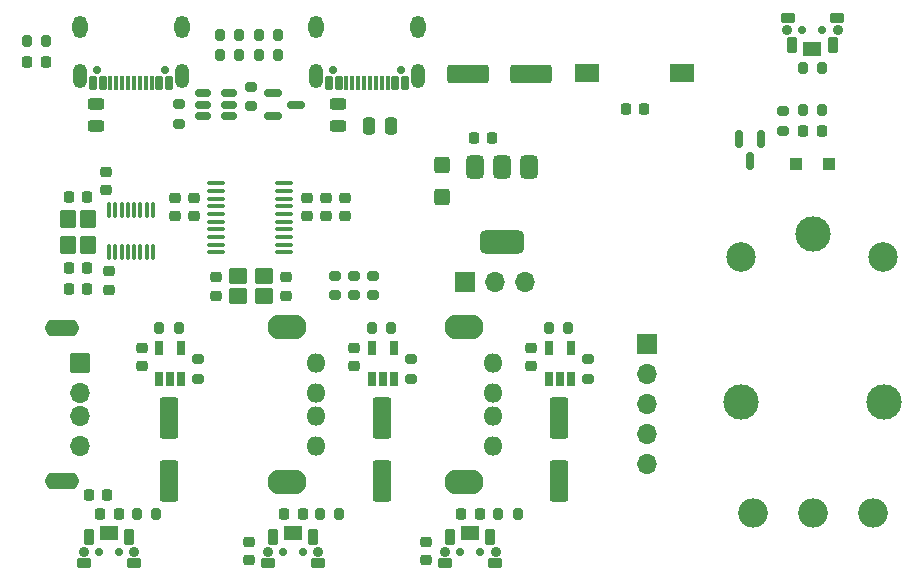
<source format=gts>
G04 #@! TF.GenerationSoftware,KiCad,Pcbnew,8.0.2*
G04 #@! TF.CreationDate,2024-05-30T21:41:25+08:00*
G04 #@! TF.ProjectId,pppc_usb_hub,70707063-5f75-4736-925f-6875622e6b69,rev?*
G04 #@! TF.SameCoordinates,Original*
G04 #@! TF.FileFunction,Soldermask,Top*
G04 #@! TF.FilePolarity,Negative*
%FSLAX46Y46*%
G04 Gerber Fmt 4.6, Leading zero omitted, Abs format (unit mm)*
G04 Created by KiCad (PCBNEW 8.0.2) date 2024-05-30 21:41:25*
%MOMM*%
%LPD*%
G01*
G04 APERTURE LIST*
G04 Aperture macros list*
%AMRoundRect*
0 Rectangle with rounded corners*
0 $1 Rounding radius*
0 $2 $3 $4 $5 $6 $7 $8 $9 X,Y pos of 4 corners*
0 Add a 4 corners polygon primitive as box body*
4,1,4,$2,$3,$4,$5,$6,$7,$8,$9,$2,$3,0*
0 Add four circle primitives for the rounded corners*
1,1,$1+$1,$2,$3*
1,1,$1+$1,$4,$5*
1,1,$1+$1,$6,$7*
1,1,$1+$1,$8,$9*
0 Add four rect primitives between the rounded corners*
20,1,$1+$1,$2,$3,$4,$5,0*
20,1,$1+$1,$4,$5,$6,$7,0*
20,1,$1+$1,$6,$7,$8,$9,0*
20,1,$1+$1,$8,$9,$2,$3,0*%
G04 Aperture macros list end*
%ADD10RoundRect,0.050800X0.550000X0.350000X-0.550000X0.350000X-0.550000X-0.350000X0.550000X-0.350000X0*%
%ADD11RoundRect,0.050800X0.750000X0.500000X-0.750000X0.500000X-0.750000X-0.500000X0.750000X-0.500000X0*%
%ADD12RoundRect,0.050800X0.350000X0.600000X-0.350000X0.600000X-0.350000X-0.600000X0.350000X-0.600000X0*%
%ADD13C,0.900000*%
%ADD14C,0.700000*%
%ADD15RoundRect,0.200000X0.200000X0.275000X-0.200000X0.275000X-0.200000X-0.275000X0.200000X-0.275000X0*%
%ADD16RoundRect,0.050000X-0.125000X0.600000X-0.125000X-0.600000X0.125000X-0.600000X0.125000X0.600000X0*%
%ADD17RoundRect,0.225000X0.250000X-0.225000X0.250000X0.225000X-0.250000X0.225000X-0.250000X-0.225000X0*%
%ADD18RoundRect,0.050800X-0.300000X0.550000X-0.300000X-0.550000X0.300000X-0.550000X0.300000X0.550000X0*%
%ADD19RoundRect,0.250000X0.300000X0.300000X-0.300000X0.300000X-0.300000X-0.300000X0.300000X-0.300000X0*%
%ADD20RoundRect,0.225000X0.225000X0.250000X-0.225000X0.250000X-0.225000X-0.250000X0.225000X-0.250000X0*%
%ADD21RoundRect,0.200000X0.275000X-0.200000X0.275000X0.200000X-0.275000X0.200000X-0.275000X-0.200000X0*%
%ADD22RoundRect,0.200000X-0.275000X0.200000X-0.275000X-0.200000X0.275000X-0.200000X0.275000X0.200000X0*%
%ADD23RoundRect,0.050000X0.275000X0.550000X-0.275000X0.550000X-0.275000X-0.550000X0.275000X-0.550000X0*%
%ADD24RoundRect,0.050000X0.150000X0.550000X-0.150000X0.550000X-0.150000X-0.550000X0.150000X-0.550000X0*%
%ADD25O,1.200000X2.100000*%
%ADD26O,1.300000X1.900000*%
%ADD27RoundRect,0.050800X-0.350000X-0.600000X0.350000X-0.600000X0.350000X0.600000X-0.350000X0.600000X0*%
%ADD28RoundRect,0.050800X-0.750000X-0.500000X0.750000X-0.500000X0.750000X0.500000X-0.750000X0.500000X0*%
%ADD29RoundRect,0.050800X-0.550000X-0.350000X0.550000X-0.350000X0.550000X0.350000X-0.550000X0.350000X0*%
%ADD30RoundRect,0.218750X-0.218750X-0.256250X0.218750X-0.256250X0.218750X0.256250X-0.218750X0.256250X0*%
%ADD31RoundRect,0.225000X-0.250000X0.225000X-0.250000X-0.225000X0.250000X-0.225000X0.250000X0.225000X0*%
%ADD32RoundRect,0.050000X0.800000X-0.800000X0.800000X0.800000X-0.800000X0.800000X-0.800000X-0.800000X0*%
%ADD33O,1.700000X1.700000*%
%ADD34O,2.900000X1.400000*%
%ADD35RoundRect,0.200000X-0.200000X-0.275000X0.200000X-0.275000X0.200000X0.275000X-0.200000X0.275000X0*%
%ADD36RoundRect,0.050800X-0.600000X0.700000X-0.600000X-0.700000X0.600000X-0.700000X0.600000X0.700000X0*%
%ADD37RoundRect,0.150000X-0.150000X0.587500X-0.150000X-0.587500X0.150000X-0.587500X0.150000X0.587500X0*%
%ADD38RoundRect,0.225000X-0.225000X-0.250000X0.225000X-0.250000X0.225000X0.250000X-0.225000X0.250000X0*%
%ADD39RoundRect,0.150000X-0.512500X-0.150000X0.512500X-0.150000X0.512500X0.150000X-0.512500X0.150000X0*%
%ADD40R,1.700000X1.700000*%
%ADD41RoundRect,0.375000X-0.375000X0.625000X-0.375000X-0.625000X0.375000X-0.625000X0.375000X0.625000X0*%
%ADD42RoundRect,0.500000X-1.400000X0.500000X-1.400000X-0.500000X1.400000X-0.500000X1.400000X0.500000X0*%
%ADD43RoundRect,0.050800X0.950000X0.750000X-0.950000X0.750000X-0.950000X-0.750000X0.950000X-0.750000X0*%
%ADD44C,2.500000*%
%ADD45C,3.000000*%
%ADD46O,1.625600X1.625600*%
%ADD47O,3.301600X2.101600*%
%ADD48RoundRect,0.250000X-1.500000X-0.550000X1.500000X-0.550000X1.500000X0.550000X-1.500000X0.550000X0*%
%ADD49RoundRect,0.150000X-0.587500X-0.150000X0.587500X-0.150000X0.587500X0.150000X-0.587500X0.150000X0*%
%ADD50RoundRect,0.100000X0.637500X0.100000X-0.637500X0.100000X-0.637500X-0.100000X0.637500X-0.100000X0*%
%ADD51RoundRect,0.250000X-0.550000X1.500000X-0.550000X-1.500000X0.550000X-1.500000X0.550000X1.500000X0*%
%ADD52O,2.501600X2.501600*%
%ADD53RoundRect,0.218750X0.218750X0.256250X-0.218750X0.256250X-0.218750X-0.256250X0.218750X-0.256250X0*%
%ADD54RoundRect,0.050800X0.700000X0.600000X-0.700000X0.600000X-0.700000X-0.600000X0.700000X-0.600000X0*%
%ADD55RoundRect,0.250000X0.425000X-0.450000X0.425000X0.450000X-0.425000X0.450000X-0.425000X-0.450000X0*%
%ADD56RoundRect,0.243750X-0.456250X0.243750X-0.456250X-0.243750X0.456250X-0.243750X0.456250X0.243750X0*%
%ADD57RoundRect,0.250000X-0.250000X-0.475000X0.250000X-0.475000X0.250000X0.475000X-0.250000X0.475000X0*%
G04 APERTURE END LIST*
D10*
X175699900Y-81913500D03*
X179900100Y-81913500D03*
D11*
X177800000Y-84463500D03*
D12*
X176100000Y-84163500D03*
X179500000Y-84163500D03*
D13*
X179949900Y-82863500D03*
D14*
X178649900Y-82863500D03*
X176949900Y-82863500D03*
D13*
X175649900Y-82863500D03*
D15*
X137725000Y-123900000D03*
X136075000Y-123900000D03*
D16*
X121955000Y-98099900D03*
X121424900Y-98099900D03*
X120895000Y-98099900D03*
X120364900Y-98099900D03*
X119835100Y-98099900D03*
X119305000Y-98099900D03*
X118774900Y-98099900D03*
X118245000Y-98099900D03*
X118245000Y-101700100D03*
X118774900Y-101700100D03*
X119305000Y-101700100D03*
X119835100Y-101700100D03*
X120364900Y-101700100D03*
X120895000Y-101700100D03*
X121424900Y-101700100D03*
X121955000Y-101700100D03*
D17*
X138200000Y-98675000D03*
X138200000Y-97125000D03*
D15*
X132574000Y-83300000D03*
X130924000Y-83300000D03*
D18*
X140488000Y-112399900D03*
X141438000Y-112399900D03*
X142388000Y-112399900D03*
X142388000Y-109799700D03*
X140488000Y-109799700D03*
D15*
X152850000Y-123900000D03*
X151200000Y-123900000D03*
D17*
X136600000Y-98675000D03*
X136600000Y-97125000D03*
D19*
X179197500Y-94200000D03*
X176397500Y-94200000D03*
D20*
X163525000Y-89600000D03*
X161975000Y-89600000D03*
D21*
X125800000Y-112399900D03*
X125800000Y-110749900D03*
D22*
X140600000Y-103675000D03*
X140600000Y-105325000D03*
D15*
X124135500Y-108100000D03*
X122485500Y-108100000D03*
D20*
X116375000Y-104800000D03*
X114825000Y-104800000D03*
D14*
X122988900Y-86293400D03*
X117208900Y-86293400D03*
D23*
X123299000Y-87363500D03*
X122498900Y-87363500D03*
D24*
X121848900Y-87363500D03*
X121348800Y-87363500D03*
X120848900Y-87363500D03*
X120349100Y-87363500D03*
X119848900Y-87363500D03*
X119349100Y-87363500D03*
X118848900Y-87363500D03*
X118348800Y-87363500D03*
D23*
X117698800Y-87363500D03*
X116899000Y-87363500D03*
D25*
X124424000Y-86813600D03*
D26*
X124424000Y-82613500D03*
D25*
X115774000Y-86813600D03*
D26*
X115774000Y-82613500D03*
D15*
X132574000Y-85000000D03*
X130924000Y-85000000D03*
D18*
X122474500Y-112399900D03*
X123424500Y-112399900D03*
X124374500Y-112399900D03*
X124374500Y-109799700D03*
X122474500Y-109799700D03*
D13*
X116100000Y-127100000D03*
D14*
X117400000Y-127100000D03*
X119100000Y-127100000D03*
D13*
X120400000Y-127100000D03*
D27*
X116549900Y-125800000D03*
X119949900Y-125800000D03*
D28*
X118249900Y-125500000D03*
D29*
X116149800Y-128050000D03*
X120350000Y-128050000D03*
D30*
X117482400Y-123900000D03*
X119057400Y-123900000D03*
D22*
X124200000Y-89175000D03*
X124200000Y-90825000D03*
D31*
X154000000Y-109799700D03*
X154000000Y-111349700D03*
D18*
X155488000Y-112399900D03*
X156438000Y-112399900D03*
X157388000Y-112399900D03*
X157388000Y-109799700D03*
X155488000Y-109799700D03*
D32*
X115774000Y-111099900D03*
D33*
X115774000Y-113600000D03*
X115774000Y-115600000D03*
X115774000Y-118099900D03*
D34*
X114273800Y-108150000D03*
X114273800Y-121049800D03*
D13*
X131674100Y-127100000D03*
D14*
X132974100Y-127100000D03*
X134674100Y-127100000D03*
D13*
X135974100Y-127100000D03*
D27*
X132124000Y-125800000D03*
X135524000Y-125800000D03*
D28*
X133824000Y-125500000D03*
D29*
X131723900Y-128050000D03*
X135924100Y-128050000D03*
D35*
X127624000Y-83300000D03*
X129274000Y-83300000D03*
D36*
X114732784Y-98926800D03*
X114732784Y-101127000D03*
X116482784Y-101127000D03*
X116482784Y-98926800D03*
D22*
X139000000Y-103675000D03*
X139000000Y-105325000D03*
D37*
X173450000Y-92125000D03*
X171550000Y-92125000D03*
X172500000Y-94000000D03*
D15*
X112937500Y-83800000D03*
X111287500Y-83800000D03*
D21*
X175300000Y-91425000D03*
X175300000Y-89775000D03*
D38*
X149125000Y-92000000D03*
X150675000Y-92000000D03*
D15*
X122225000Y-123900000D03*
X120575000Y-123900000D03*
D21*
X143800000Y-112399900D03*
X143800000Y-110749900D03*
D39*
X126162500Y-88250000D03*
X126162500Y-89200000D03*
X126162500Y-90150000D03*
X128437500Y-90150000D03*
X128437500Y-89200000D03*
X128437500Y-88250000D03*
D20*
X116375000Y-103000000D03*
X114825000Y-103000000D03*
D31*
X145100000Y-126225000D03*
X145100000Y-127775000D03*
D40*
X163800000Y-109480000D03*
D33*
X163800000Y-112020000D03*
X163800000Y-114560000D03*
X163800000Y-117100000D03*
X163800000Y-119640000D03*
D41*
X153800000Y-94500000D03*
X151500000Y-94500000D03*
D42*
X151500000Y-100800000D03*
D41*
X149200000Y-94500000D03*
D43*
X166750000Y-86550000D03*
X158750000Y-86550000D03*
D44*
X183770000Y-102150000D03*
D45*
X183820000Y-114400000D03*
X171770000Y-114350000D03*
D44*
X171770000Y-102150000D03*
D45*
X177820000Y-100200000D03*
D46*
X135774000Y-111099800D03*
X135774000Y-113599100D03*
X135774000Y-115600700D03*
X135774000Y-118100000D03*
D47*
X133273800Y-108029900D03*
X133273800Y-121169900D03*
D48*
X148600000Y-86600000D03*
X154000000Y-86600000D03*
D49*
X132162500Y-88250000D03*
X132162500Y-90150000D03*
X134037500Y-89200000D03*
D31*
X121000000Y-109799700D03*
X121000000Y-111349700D03*
X130100000Y-126225000D03*
X130100000Y-127775000D03*
D17*
X127300000Y-105375000D03*
X127300000Y-103825000D03*
D30*
X133056500Y-123900000D03*
X134631500Y-123900000D03*
D31*
X133200000Y-103825000D03*
X133200000Y-105375000D03*
D50*
X133062500Y-101725000D03*
X133062500Y-101075000D03*
X133062500Y-100425000D03*
X133062500Y-99775000D03*
X133062500Y-99125000D03*
X133062500Y-98475000D03*
X133062500Y-97825000D03*
X133062500Y-97175000D03*
X133062500Y-96525000D03*
X133062500Y-95875000D03*
X127337500Y-95875000D03*
X127337500Y-96525000D03*
X127337500Y-97175000D03*
X127337500Y-97825000D03*
X127337500Y-98475000D03*
X127337500Y-99125000D03*
X127337500Y-99775000D03*
X127337500Y-100425000D03*
X127337500Y-101075000D03*
X127337500Y-101725000D03*
D31*
X139000000Y-109799700D03*
X139000000Y-111349700D03*
D51*
X156324000Y-115699900D03*
X156324000Y-121099900D03*
D52*
X172740000Y-123800000D03*
X177820000Y-123800000D03*
X182900000Y-123800000D03*
D38*
X114825000Y-97000000D03*
X116375000Y-97000000D03*
D15*
X142125000Y-108100000D03*
X140475000Y-108100000D03*
D46*
X150774000Y-111099800D03*
X150774000Y-113599100D03*
X150774000Y-115600700D03*
X150774000Y-118100000D03*
D47*
X148273800Y-108029900D03*
X148273800Y-121169900D03*
D15*
X157125000Y-108100000D03*
X155475000Y-108100000D03*
X178645000Y-89700000D03*
X176995000Y-89700000D03*
D53*
X112887500Y-85600000D03*
X111312500Y-85600000D03*
D17*
X125400000Y-98675000D03*
X125400000Y-97125000D03*
D13*
X146674100Y-127100000D03*
D14*
X147974100Y-127100000D03*
X149674100Y-127100000D03*
D13*
X150974100Y-127100000D03*
D27*
X147124000Y-125800000D03*
X150524000Y-125800000D03*
D28*
X148824000Y-125500000D03*
D29*
X146723900Y-128050000D03*
X150924100Y-128050000D03*
D54*
X131360700Y-103700000D03*
X129160500Y-103700000D03*
X129160500Y-105450000D03*
X131360700Y-105450000D03*
D55*
X146400000Y-97050000D03*
X146400000Y-94350000D03*
D21*
X130265000Y-89325000D03*
X130265000Y-87675000D03*
D35*
X127624000Y-85000000D03*
X129274000Y-85000000D03*
D51*
X123310500Y-115699900D03*
X123310500Y-121099900D03*
D53*
X178587500Y-91400000D03*
X177012500Y-91400000D03*
D30*
X148056500Y-123900000D03*
X149631500Y-123900000D03*
D14*
X142988900Y-86293400D03*
X137208900Y-86293400D03*
D23*
X143299000Y-87363500D03*
X142498900Y-87363500D03*
D24*
X141848900Y-87363500D03*
X141348800Y-87363500D03*
X140848900Y-87363500D03*
X140349100Y-87363500D03*
X139848900Y-87363500D03*
X139349100Y-87363500D03*
X138848900Y-87363500D03*
X138348800Y-87363500D03*
D23*
X137698800Y-87363500D03*
X136899000Y-87363500D03*
D25*
X144424000Y-86813600D03*
D26*
X144424000Y-82613500D03*
D25*
X135774000Y-86813600D03*
D26*
X135774000Y-82613500D03*
D56*
X117100000Y-89162500D03*
X117100000Y-91037500D03*
D57*
X140250000Y-91037500D03*
X142150000Y-91037500D03*
D15*
X178625000Y-86100000D03*
X176975000Y-86100000D03*
D31*
X118200000Y-103325000D03*
X118200000Y-104875000D03*
D17*
X135000000Y-98675000D03*
X135000000Y-97125000D03*
D33*
X153500000Y-104200000D03*
X150960000Y-104200000D03*
D40*
X148420000Y-104200000D03*
D21*
X158800000Y-112399900D03*
X158800000Y-110749900D03*
D38*
X116525000Y-122300000D03*
X118075000Y-122300000D03*
D17*
X123800000Y-98675000D03*
X123800000Y-97125000D03*
D51*
X141324000Y-115699900D03*
X141324000Y-121099900D03*
D22*
X137400000Y-103675000D03*
X137400000Y-105325000D03*
D56*
X137600000Y-89162500D03*
X137600000Y-91037500D03*
D17*
X118000000Y-96475000D03*
X118000000Y-94925000D03*
M02*

</source>
